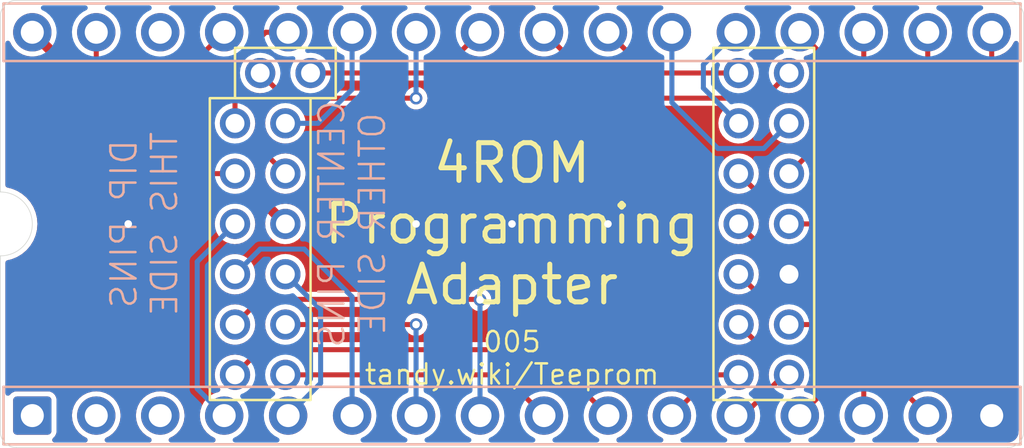
<source format=kicad_pcb>
(kicad_pcb (version 20221018) (generator pcbnew)
  (title_block (title "4ROM_Programming_Adapter") (date "2023-01-09") (rev "005") (company "Brian White b.kenyon.w@gmail.com") (comment 1 "CC-BY-SA") (comment 2 "tandy.wiki/Teeprom"))
  (layers (0 "F.Cu" signal "Top") (31 "B.Cu" signal "Bottom") (34 "B.Paste" user) (35 "F.Paste" user) (36 "B.SilkS" user "B.Silkscreen") (37 "F.SilkS" user "F.Silkscreen") (38 "B.Mask" user) (39 "F.Mask" user) (44 "Edge.Cuts" user))
  (net 0 "")
  (net 1 "/D3")
  (net 2 "/A10")
  (net 3 "/D4")
  (net 4 "/A7")
  (net 5 "/D5")
  (net 6 "/A6")
  (net 7 "/D6")
  (net 8 "/A5")
  (net 9 "/D7")
  (net 10 "/A4")
  (net 11 "/A11")
  (net 12 "/A3")
  (net 13 "/~{OE}")
  (net 14 "/A2")
  (net 15 "/A13")
  (net 16 "/A1")
  (net 17 "/A0")
  (net 18 "/A12")
  (net 19 "/D0")
  (net 20 "/A9")
  (net 21 "/D1")
  (net 22 "/A8")
  (net 23 "/D2")
  (net 24 "/~{CE}")
  (net 25 "/A14")
  (net 26 "/~{WE}")
  (net 27 "VCC")
  (net 28 "GND")
  (footprint "000_LOCAL:4ROM_prog_male" (layer "F.Cu") (at 147.2184 99.187)
    (fp_text reference "J2" hide)
    (fp_text value "4ROM_prog_male")
    (fp_rect (start -12 7) (end -8 -5) (stroke (width 0.1)) (fill none) (layer "F.SilkS"))
    (fp_rect (start -11 -5) (end -7 -7) (stroke (width 0.1)) (fill none) (layer "F.SilkS"))
    (fp_rect (start 8 7) (end 12 -7) (stroke (width 0.1)) (fill none) (layer "F.SilkS"))
    (pad "1" thru_hole circle (at -8 -6) (size 1.2 1.2) (drill 0.75) (layers "*.Cu" "*.Mask") (net 11 "/A11"))
    (pad "2" thru_hole circle (at -10 -6) (size 1.2 1.2) (drill 0.75) (layers "*.Cu" "*.Mask") (net 20 "/A9"))
    (pad "3" thru_hole circle (at -9 -4) (size 1.2 1.2) (drill 0.75) (layers "*.Cu" "*.Mask") (net 22 "/A8"))
    (pad "4" thru_hole circle (at -11 -4) (size 1.2 1.2) (drill 0.75) (layers "*.Cu" "*.Mask") (net 15 "/A13"))
    (pad "5" thru_hole circle (at -9 -2) (size 1.2 1.2) (drill 0.75) (layers "*.Cu" "*.Mask") (net 25 "/A14"))
    (pad "6" thru_hole circle (at -11 -2) (size 1.2 1.2) (drill 0.75) (layers "*.Cu" "*.Mask") (net 26 "/~{WE}"))
    (pad "7" thru_hole circle (at -9 0) (size 1.2 1.2) (drill 0.75) (layers "*.Cu" "*.Mask") (net 27 "VCC"))
    (pad "8" thru_hole circle (at -11 0) (size 1.2 1.2) (drill 0.75) (layers "*.Cu" "*.Mask") (net 18 "/A12"))
    (pad "9" thru_hole circle (at -9 2) (size 1.2 1.2) (drill 0.75) (layers "*.Cu" "*.Mask") (net 4 "/A7"))
    (pad "10" thru_hole circle (at -11 2) (size 1.2 1.2) (drill 0.75) (layers "*.Cu" "*.Mask") (net 6 "/A6"))
    (pad "11" thru_hole circle (at -9 4) (size 1.2 1.2) (drill 0.75) (layers "*.Cu" "*.Mask") (net 8 "/A5"))
    (pad "12" thru_hole circle (at -11 4) (size 1.2 1.2) (drill 0.75) (layers "*.Cu" "*.Mask") (net 10 "/A4"))
    (pad "13" thru_hole circle (at -9 6) (size 1.2 1.2) (drill 0.75) (layers "*.Cu" "*.Mask") (net 12 "/A3"))
    (pad "14" thru_hole circle (at -11 6) (size 1.2 1.2) (drill 0.75) (layers "*.Cu" "*.Mask") (net 14 "/A2"))
    (pad "15" thru_hole circle (at 9 6) (size 1.2 1.2) (drill 0.75) (layers "*.Cu" "*.Mask") (net 16 "/A1"))
    (pad "16" thru_hole circle (at 11 6) (size 1.2 1.2) (drill 0.75) (layers "*.Cu" "*.Mask") (net 17 "/A0"))
    (pad "17" thru_hole circle (at 9 4) (size 1.2 1.2) (drill 0.75) (layers "*.Cu" "*.Mask") (net 19 "/D0"))
    (pad "18" thru_hole circle (at 11 4) (size 1.2 1.2) (drill 0.75) (layers "*.Cu" "*.Mask") (net 21 "/D1"))
    (pad "19" thru_hole circle (at 9 2) (size 1.2 1.2) (drill 0.75) (layers "*.Cu" "*.Mask") (net 23 "/D2"))
    (pad "20" thru_hole circle (at 11 2) (size 1.2 1.2) (drill 0.75) (layers "*.Cu" "*.Mask") (net 28 "GND"))
    (pad "21" thru_hole circle (at 9 0) (size 1.2 1.2) (drill 0.75) (layers "*.Cu" "*.Mask") (net 1 "/D3"))
    (pad "22" thru_hole circle (at 11 0) (size 1.2 1.2) (drill 0.75) (layers "*.Cu" "*.Mask") (net 3 "/D4"))
    (pad "23" thru_hole circle (at 9 -2) (size 1.2 1.2) (drill 0.75) (layers "*.Cu" "*.Mask") (net 5 "/D5"))
    (pad "24" thru_hole circle (at 11 -2) (size 1.2 1.2) (drill 0.75) (layers "*.Cu" "*.Mask") (net 7 "/D6"))
    (pad "25" thru_hole circle (at 9 -4) (size 1.2 1.2) (drill 0.75) (layers "*.Cu" "*.Mask") (net 9 "/D7"))
    (pad "26" thru_hole circle (at 11 -4) (size 1.2 1.2) (drill 0.75) (layers "*.Cu" "*.Mask") (net 24 "/~{CE}"))
    (pad "27" thru_hole circle (at 9 -6) (size 1.2 1.2) (drill 0.75) (layers "*.Cu" "*.Mask") (net 2 "/A10"))
    (pad "28" thru_hole circle (at 11 -6) (size 1.2 1.2) (drill 0.75) (layers "*.Cu" "*.Mask") (net 13 "/~{OE}"))
  )
  (footprint "000_LOCAL:DIP32_600_pcb" (layer "F.Cu") (at 147.2184 99.187 90)
    (fp_text reference "J1" hide)
    (fp_text value "29F010_PLCC_DIP")
    (fp_line (start -8.763 -20.193) (end -6.477 -20.193) (stroke (width 0.1)) (layer "B.SilkS"))
    (fp_line (start -8.763 20.193) (end -8.763 -20.193) (stroke (width 0.1)) (layer "B.SilkS"))
    (fp_line (start -6.477 -20.193) (end -6.477 20.193) (stroke (width 0.1)) (layer "B.SilkS"))
    (fp_line (start -6.477 20.193) (end -8.763 20.193) (stroke (width 0.1)) (layer "B.SilkS"))
    (fp_line (start 6.477 -20.193) (end 8.763 -20.193) (stroke (width 0.1)) (layer "B.SilkS"))
    (fp_line (start 6.477 20.193) (end 6.477 -20.193) (stroke (width 0.1)) (layer "B.SilkS"))
    (fp_line (start 8.763 -20.193) (end 8.763 20.193) (stroke (width 0.1)) (layer "B.SilkS"))
    (fp_line (start 8.763 20.193) (end 6.477 20.193) (stroke (width 0.1)) (layer "B.SilkS"))
    (fp_line (start -8.89 -19.685) (end -8.89 19.685) (stroke (width 0.0254)) (layer "Edge.Cuts"))
    (fp_line (start -8.255 20.32) (end 8.255 20.32) (stroke (width 0.0254)) (layer "Edge.Cuts"))
    (fp_line (start -1.27 -20.32) (end -8.255 -20.32) (stroke (width 0.0254)) (layer "Edge.Cuts"))
    (fp_line (start 8.255 -20.32) (end 1.27 -20.32) (stroke (width 0.0254)) (layer "Edge.Cuts"))
    (fp_line (start 8.89 19.685) (end 8.89 -19.685) (stroke (width 0.0254)) (layer "Edge.Cuts"))
    (fp_arc (start -8.89 -19.685) (mid -8.704013 -20.134013) (end -8.255 -20.32) (stroke (width 0.0254)) (layer "Edge.Cuts"))
    (fp_arc (start -8.255 20.32) (mid -8.704013 20.134013) (end -8.89 19.685) (stroke (width 0.0254)) (layer "Edge.Cuts"))
    (fp_arc (start 1.27 -20.32) (mid 0 -19.05) (end -1.27 -20.32) (stroke (width 0.0254)) (layer "Edge.Cuts"))
    (fp_arc (start 8.255 -20.32) (mid 8.704013 -20.134013) (end 8.89 -19.685) (stroke (width 0.0254)) (layer "Edge.Cuts"))
    (fp_arc (start 8.89 19.685) (mid 8.704013 20.134013) (end 8.255 20.32) (stroke (width 0.0254)) (layer "Edge.Cuts"))
    (pad "1" thru_hole roundrect (at -7.62 -19.05 270) (size 1.524 1.524) (drill 0.9144) (layers "*.Cu" "*.Mask") (roundrect_rratio 0.1))
    (pad "2" thru_hole circle (at -7.62 -16.51 270) (size 1.524 1.524) (drill 0.9144) (layers "*.Cu" "*.Mask"))
    (pad "3" thru_hole circle (at -7.62 -13.97 270) (size 1.524 1.524) (drill 0.9144) (layers "*.Cu" "*.Mask"))
    (pad "4" thru_hole circle (at -7.62 -11.43 270) (size 1.524 1.524) (drill 0.9144) (layers "*.Cu" "*.Mask") (net 18 "/A12"))
    (pad "5" thru_hole circle (at -7.62 -8.89 270) (size 1.524 1.524) (drill 0.9144) (layers "*.Cu" "*.Mask") (net 4 "/A7"))
    (pad "6" thru_hole circle (at -7.62 -6.35 270) (size 1.524 1.524) (drill 0.9144) (layers "*.Cu" "*.Mask") (net 6 "/A6"))
    (pad "7" thru_hole circle (at -7.62 -3.81 270) (size 1.524 1.524) (drill 0.9144) (layers "*.Cu" "*.Mask") (net 8 "/A5"))
    (pad "8" thru_hole circle (at -7.62 -1.27 270) (size 1.524 1.524) (drill 0.9144) (layers "*.Cu" "*.Mask") (net 10 "/A4"))
    (pad "9" thru_hole circle (at -7.62 1.27 270) (size 1.524 1.524) (drill 0.9144) (layers "*.Cu" "*.Mask") (net 12 "/A3"))
    (pad "10" thru_hole circle (at -7.62 3.81 270) (size 1.524 1.524) (drill 0.9144) (layers "*.Cu" "*.Mask") (net 14 "/A2"))
    (pad "11" thru_hole circle (at -7.62 6.35 270) (size 1.524 1.524) (drill 0.9144) (layers "*.Cu" "*.Mask") (net 16 "/A1"))
    (pad "12" thru_hole circle (at -7.62 8.89 270) (size 1.524 1.524) (drill 0.9144) (layers "*.Cu" "*.Mask") (net 17 "/A0"))
    (pad "13" thru_hole circle (at -7.62 11.43 270) (size 1.524 1.524) (drill 0.9144) (layers "*.Cu" "*.Mask") (net 19 "/D0"))
    (pad "14" thru_hole circle (at -7.62 13.97 270) (size 1.524 1.524) (drill 0.9144) (layers "*.Cu" "*.Mask") (net 21 "/D1"))
    (pad "15" thru_hole circle (at -7.62 16.51 270) (size 1.524 1.524) (drill 0.9144) (layers "*.Cu" "*.Mask") (net 23 "/D2"))
    (pad "16" thru_hole circle (at -7.62 19.05 270) (size 1.524 1.524) (drill 0.9144) (layers "*.Cu" "*.Mask") (net 28 "GND"))
    (pad "17" thru_hole circle (at 7.62 19.05 270) (size 1.524 1.524) (drill 0.9144) (layers "*.Cu" "*.Mask") (net 1 "/D3"))
    (pad "18" thru_hole circle (at 7.62 16.51 270) (size 1.524 1.524) (drill 0.9144) (layers "*.Cu" "*.Mask") (net 3 "/D4"))
    (pad "19" thru_hole circle (at 7.62 13.97 270) (size 1.524 1.524) (drill 0.9144) (layers "*.Cu" "*.Mask") (net 5 "/D5"))
    (pad "20" thru_hole circle (at 7.62 11.43 270) (size 1.524 1.524) (drill 0.9144) (layers "*.Cu" "*.Mask") (net 7 "/D6"))
    (pad "21" thru_hole circle (at 7.62 8.89 270) (size 1.524 1.524) (drill 0.9144) (layers "*.Cu" "*.Mask") (net 9 "/D7"))
    (pad "22" thru_hole circle (at 7.62 6.35 270) (size 1.524 1.524) (drill 0.9144) (layers "*.Cu" "*.Mask") (net 24 "/~{CE}"))
    (pad "23" thru_hole circle (at 7.62 3.81 270) (size 1.524 1.524) (drill 0.9144) (layers "*.Cu" "*.Mask") (net 2 "/A10"))
    (pad "24" thru_hole circle (at 7.62 1.27 270) (size 1.524 1.524) (drill 0.9144) (layers "*.Cu" "*.Mask") (net 13 "/~{OE}"))
    (pad "25" thru_hole circle (at 7.62 -1.27 270) (size 1.524 1.524) (drill 0.9144) (layers "*.Cu" "*.Mask") (net 11 "/A11"))
    (pad "26" thru_hole circle (at 7.62 -3.81 270) (size 1.524 1.524) (drill 0.9144) (layers "*.Cu" "*.Mask") (net 20 "/A9"))
    (pad "27" thru_hole circle (at 7.62 -6.35 270) (size 1.524 1.524) (drill 0.9144) (layers "*.Cu" "*.Mask") (net 22 "/A8"))
    (pad "28" thru_hole circle (at 7.62 -8.89 270) (size 1.524 1.524) (drill 0.9144) (layers "*.Cu" "*.Mask") (net 15 "/A13"))
    (pad "29" thru_hole circle (at 7.62 -11.43 270) (size 1.524 1.524) (drill 0.9144) (layers "*.Cu" "*.Mask") (net 25 "/A14"))
    (pad "30" thru_hole circle (at 7.62 -13.97 270) (size 1.524 1.524) (drill 0.9144) (layers "*.Cu" "*.Mask"))
    (pad "31" thru_hole circle (at 7.62 -16.51 270) (size 1.524 1.524) (drill 0.9144) (layers "*.Cu" "*.Mask") (net 26 "/~{WE}"))
    (pad "32" thru_hole circle (at 7.62 -19.05 270) (size 1.524 1.524) (drill 0.9144) (layers "*.Cu" "*.Mask") (net 27 "VCC"))
  )
  (gr_line (start 140.2184 94.187) (end 139.2184 94.187) (stroke (width 0.1)) (layer "F.SilkS"))
  (gr_text "CENTER PINS\nOTHER SIDE" (at 140.8684 99.187 90) (layer "B.SilkS") (effects (font (size 1 1) (thickness 0.1)) (justify mirror)))
  (gr_text "DIP PINS\nTHIS SIDE" (at 132.6134 99.187 90) (layer "B.SilkS") (effects (font (size 1 1) (thickness 0.1)) (justify mirror)))
  (gr_text "4ROM\nProgramming\nAdapter" (at 147.2184 99.187) (layer "F.SilkS") (effects (font (size 1.5 1.5) (thickness 0.2))))
  (gr_text "${REVISION}\n${COMMENT2}" (at 147.2184 104.521) (layer "F.SilkS") (effects (font (size 0.8 0.8) (thickness 0.1))))
  (segment (start 166.2684 91.567) (end 166.2684 94.337) (width 0.2) (layer "F.Cu") (net 1))
  (segment (start 160.4184 100.187) (end 157.2184 100.187) (width 0.2) (layer "F.Cu") (net 1))
  (segment (start 166.2684 94.337) (end 160.4184 100.187) (width 0.2) (layer "F.Cu") (net 1))
  (segment (start 157.2184 100.187) (end 156.2184 99.187) (width 0.2) (layer "F.Cu") (net 1))
  (segment (start 156.2184 93.187) (end 152.6484 93.187) (width 0.2) (layer "F.Cu") (net 2))
  (segment (start 152.6484 93.187) (end 151.0284 91.567) (width 0.2) (layer "F.Cu") (net 2))
  (segment (start 159.7184 99.187) (end 158.2184 99.187) (width 0.2) (layer "F.Cu") (net 3))
  (segment (start 163.7284 91.567) (end 163.7284 95.177) (width 0.2) (layer "F.Cu") (net 3))
  (segment (start 163.7284 95.177) (end 159.7184 99.187) (width 0.2) (layer "F.Cu") (net 3))
  (segment (start 139.6184 102.587) (end 138.2184 101.187) (width 0.2) (layer "B.Cu") (net 4))
  (segment (start 139.6184 105.517) (end 139.6184 102.587) (width 0.2) (layer "B.Cu") (net 4))
  (segment (start 138.3284 106.807) (end 139.6184 105.517) (width 0.2) (layer "B.Cu") (net 4))
  (segment (start 157.2184 98.187) (end 159.0684 98.187) (width 0.2) (layer "F.Cu") (net 5))
  (segment (start 159.0684 98.187) (end 161.1884 96.067) (width 0.2) (layer "F.Cu") (net 5))
  (segment (start 161.1884 96.067) (end 161.1884 91.567) (width 0.2) (layer "F.Cu") (net 5))
  (segment (start 156.2184 97.187) (end 157.2184 98.187) (width 0.2) (layer "F.Cu") (net 5))
  (segment (start 140.8684 106.807) (end 140.8684 102.087) (width 0.2) (layer "B.Cu") (net 6))
  (segment (start 137.2184 100.187) (end 136.2184 101.187) (width 0.2) (layer "B.Cu") (net 6))
  (segment (start 138.9684 100.187) (end 137.2184 100.187) (width 0.2) (layer "B.Cu") (net 6))
  (segment (start 140.8684 102.087) (end 138.9684 100.187) (width 0.2) (layer "B.Cu") (net 6))
  (segment (start 159.7184 92.637) (end 158.6484 91.567) (width 0.2) (layer "F.Cu") (net 7))
  (segment (start 158.2184 97.187) (end 159.7184 95.687) (width 0.2) (layer "F.Cu") (net 7))
  (segment (start 159.7184 95.687) (end 159.7184 92.637) (width 0.2) (layer "F.Cu") (net 7))
  (segment (start 143.4084 103.187) (end 138.2184 103.187) (width 0.2) (layer "F.Cu") (net 8))
  (via (at 143.4084 103.187) (size 0.5) (drill 0.3) (layers "F.Cu" "B.Cu") (net 8))
  (segment (start 143.4084 106.807) (end 143.4084 103.187) (width 0.2) (layer "B.Cu") (net 8))
  (segment (start 154.8184 93.787) (end 156.2184 95.187) (width 0.2) (layer "B.Cu") (net 9))
  (segment (start 156.1084 91.567) (end 154.8184 92.857) (width 0.2) (layer "B.Cu") (net 9))
  (segment (start 154.8184 92.857) (end 154.8184 93.787) (width 0.2) (layer "B.Cu") (net 9))
  (segment (start 145.9284 102.187) (end 137.2184 102.187) (width 0.2) (layer "F.Cu") (net 10))
  (segment (start 145.9484 102.207) (end 145.9284 102.187) (width 0.2) (layer "F.Cu") (net 10))
  (segment (start 137.2184 102.187) (end 136.2184 103.187) (width 0.2) (layer "F.Cu") (net 10))
  (via (at 145.9484 102.207) (size 0.5) (drill 0.3) (layers "F.Cu" "B.Cu") (net 10))
  (segment (start 145.9484 102.207) (end 145.9484 106.807) (width 0.2) (layer "B.Cu") (net 10))
  (segment (start 139.2184 93.187) (end 144.3284 93.187) (width 0.2) (layer "F.Cu") (net 11))
  (segment (start 144.3284 93.187) (end 145.9484 91.567) (width 0.2) (layer "F.Cu") (net 11))
  (segment (start 138.2184 105.187) (end 146.8684 105.187) (width 0.2) (layer "F.Cu") (net 12))
  (segment (start 146.8684 105.187) (end 148.4884 106.807) (width 0.2) (layer "F.Cu") (net 12))
  (segment (start 157.2184 94.187) (end 151.1084 94.187) (width 0.2) (layer "F.Cu") (net 13))
  (segment (start 158.2184 93.187) (end 157.2184 94.187) (width 0.2) (layer "F.Cu") (net 13))
  (segment (start 151.1084 94.187) (end 148.4884 91.567) (width 0.2) (layer "F.Cu") (net 13))
  (segment (start 137.2184 104.187) (end 148.4084 104.187) (width 0.2) (layer "F.Cu") (net 14))
  (segment (start 148.4084 104.187) (end 151.0284 106.807) (width 0.2) (layer "F.Cu") (net 14))
  (segment (start 136.2184 105.187) (end 137.2184 104.187) (width 0.2) (layer "F.Cu") (net 14))
  (segment (start 136.2184 92.788) (end 136.2184 95.187) (width 0.2) (layer "F.Cu") (net 15))
  (segment (start 137.4394 91.567) (end 136.2184 92.788) (width 0.2) (layer "F.Cu") (net 15))
  (segment (start 138.3284 91.567) (end 137.4394 91.567) (width 0.2) (layer "F.Cu") (net 15))
  (segment (start 156.2184 105.187) (end 155.1884 105.187) (width 0.2) (layer "F.Cu") (net 16))
  (segment (start 155.1884 105.187) (end 153.5684 106.807) (width 0.2) (layer "F.Cu") (net 16))
  (segment (start 156.3984 106.807) (end 156.1084 106.807) (width 0.2) (layer "F.Cu") (net 17))
  (segment (start 158.2184 105.187) (end 158.0184 105.187) (width 0.2) (layer "F.Cu") (net 17))
  (segment (start 158.0184 105.187) (end 156.3984 106.807) (width 0.2) (layer "F.Cu") (net 17))
  (segment (start 134.7184 105.737) (end 134.7184 100.687) (width 0.2) (layer "B.Cu") (net 18))
  (segment (start 134.7184 100.687) (end 136.2184 99.187) (width 0.2) (layer "B.Cu") (net 18))
  (segment (start 135.7884 106.807) (end 134.7184 105.737) (width 0.2) (layer "B.Cu") (net 18))
  (segment (start 159.4184 104.737) (end 159.4184 106.037) (width 0.2) (layer "F.Cu") (net 19))
  (segment (start 157.2184 104.187) (end 158.8684 104.187) (width 0.2) (layer "F.Cu") (net 19))
  (segment (start 159.4184 106.037) (end 158.6484 106.807) (width 0.2) (layer "F.Cu") (net 19))
  (segment (start 156.2184 103.187) (end 157.2184 104.187) (width 0.2) (layer "F.Cu") (net 19))
  (segment (start 158.8684 104.187) (end 159.4184 104.737) (width 0.2) (layer "F.Cu") (net 19))
  (segment (start 138.2184 94.187) (end 143.4084 94.187) (width 0.2) (layer "F.Cu") (net 20))
  (segment (start 137.2184 93.187) (end 138.2184 94.187) (width 0.2) (layer "F.Cu") (net 20))
  (via (at 143.4084 94.187) (size 0.5) (drill 0.3) (layers "F.Cu" "B.Cu") (net 20))
  (segment (start 143.4084 94.187) (end 143.4084 91.567) (width 0.2) (layer "B.Cu") (net 20))
  (segment (start 159.0684 103.187) (end 161.1884 105.307) (width 0.2) (layer "F.Cu") (net 21))
  (segment (start 158.2184 103.187) (end 159.0684 103.187) (width 0.2) (layer "F.Cu") (net 21))
  (segment (start 161.1884 105.307) (end 161.1884 106.807) (width 0.2) (layer "F.Cu") (net 21))
  (segment (start 138.2184 95.187) (end 139.5184 95.187) (width 0.2) (layer "B.Cu") (net 22))
  (segment (start 140.8684 93.837) (end 140.8684 91.567) (width 0.2) (layer "B.Cu") (net 22))
  (segment (start 139.5184 95.187) (end 140.8684 93.837) (width 0.2) (layer "B.Cu") (net 22))
  (segment (start 159.1084 102.187) (end 157.2184 102.187) (width 0.2) (layer "F.Cu") (net 23))
  (segment (start 157.2184 102.187) (end 156.2184 101.187) (width 0.2) (layer "F.Cu") (net 23))
  (segment (start 163.7284 106.807) (end 159.1084 102.187) (width 0.2) (layer "F.Cu") (net 23))
  (segment (start 157.2184 96.187) (end 158.2184 95.187) (width 0.2) (layer "B.Cu") (net 24))
  (segment (start 153.5684 91.567) (end 153.5684 94.361) (width 0.2) (layer "B.Cu") (net 24))
  (segment (start 153.5684 94.361) (end 155.3944 96.187) (width 0.2) (layer "B.Cu") (net 24))
  (segment (start 155.3944 96.187) (end 157.2184 96.187) (width 0.2) (layer "B.Cu") (net 24))
  (segment (start 137.2184 96.187) (end 135.5684 96.187) (width 0.2) (layer "F.Cu") (net 25))
  (segment (start 138.2184 97.187) (end 137.2184 96.187) (width 0.2) (layer "F.Cu") (net 25))
  (segment (start 135.0184 95.637) (end 135.0184 92.337) (width 0.2) (layer "F.Cu") (net 25))
  (segment (start 135.0184 92.337) (end 135.7884 91.567) (width 0.2) (layer "F.Cu") (net 25))
  (segment (start 135.5684 96.187) (end 135.0184 95.637) (width 0.2) (layer "F.Cu") (net 25))
  (segment (start 135.2184 97.187) (end 130.7084 92.677) (width 0.2) (layer "F.Cu") (net 26))
  (segment (start 130.7084 92.677) (end 130.7084 91.567) (width 0.2) (layer "F.Cu") (net 26))
  (segment (start 136.2184 97.187) (end 135.2184 97.187) (width 0.2) (layer "F.Cu") (net 26))
  (segment (start 138.2184 99.187) (end 137.2184 98.187) (width 0.4) (layer "F.Cu") (net 27))
  (segment (start 134.7884 98.187) (end 128.1684 91.567) (width 0.4) (layer "F.Cu") (net 27))
  (segment (start 137.2184 98.187) (end 134.7884 98.187) (width 0.4) (layer "F.Cu") (net 27))
  (via (at 151.0284 99.187) (size 0.5) (drill 0.3) (layers "F.Cu" "B.Cu") (net 28))
  (via (at 147.2184 99.187) (size 0.5) (drill 0.3) (layers "F.Cu" "B.Cu") (net 28))
  (via (at 143.4084 99.187) (size 0.5) (drill 0.3) (layers "F.Cu" "B.Cu") (net 28))
  (via (at 131.9784 99.187) (size 0.5) (drill 0.3) (layers "F.Cu" "B.Cu") (net 28))
  (zone (net 28) (net_name "GND") (layer "F.Cu") (connect_pads yes (clearance 0.2)) (min_thickness 0.2) (fill yes (thermal_gap 0.2) (thermal_bridge_width 0.3) (smoothing fillet) (radius 0.1))
    (polygon (pts (xy 167.5384 90.297) (xy 167.5384 108.077) (xy 126.8984 108.077) (xy 126.8984 90.297)))
  )
  (zone (net 28) (net_name "GND") (layer "B.Cu") (connect_pads yes (clearance 0.2)) (min_thickness 0.2) (fill yes (thermal_gap 0.2) (thermal_bridge_width 0.3) (smoothing fillet) (radius 0.1))
    (polygon (pts (xy 167.5384 90.297) (xy 167.5384 108.077) (xy 126.8984 108.077) (xy 126.8984 90.297)))
  )
)
</source>
